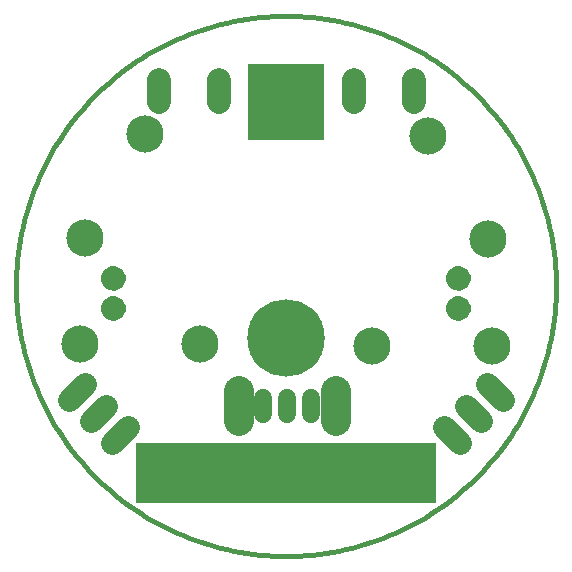
<source format=gbs>
G75*
%MOIN*%
%OFA0B0*%
%FSLAX25Y25*%
%IPPOS*%
%LPD*%
%AMOC8*
5,1,8,0,0,1.08239X$1,22.5*
%
%ADD10C,0.01600*%
%ADD11C,0.07800*%
%ADD12C,0.12400*%
%ADD13C,0.08000*%
%ADD14C,0.00500*%
%ADD15R,0.25800X0.25800*%
%ADD16C,0.25800*%
%ADD17R,1.00400X0.20400*%
%ADD18C,0.10144*%
%ADD19C,0.05943*%
D10*
X0004308Y0094334D02*
X0004335Y0096543D01*
X0004416Y0098750D01*
X0004552Y0100955D01*
X0004741Y0103156D01*
X0004985Y0105351D01*
X0005282Y0107540D01*
X0005633Y0109721D01*
X0006037Y0111892D01*
X0006495Y0114053D01*
X0007005Y0116202D01*
X0007568Y0118338D01*
X0008183Y0120460D01*
X0008850Y0122565D01*
X0009569Y0124654D01*
X0010339Y0126725D01*
X0011159Y0128776D01*
X0012029Y0130806D01*
X0012949Y0132814D01*
X0013918Y0134799D01*
X0014935Y0136760D01*
X0016000Y0138695D01*
X0017112Y0140603D01*
X0018271Y0142484D01*
X0019476Y0144335D01*
X0020725Y0146157D01*
X0022019Y0147947D01*
X0023357Y0149705D01*
X0024737Y0151429D01*
X0026159Y0153120D01*
X0027622Y0154774D01*
X0029126Y0156393D01*
X0030668Y0157974D01*
X0032249Y0159516D01*
X0033868Y0161020D01*
X0035522Y0162483D01*
X0037213Y0163905D01*
X0038937Y0165285D01*
X0040695Y0166623D01*
X0042485Y0167917D01*
X0044307Y0169166D01*
X0046158Y0170371D01*
X0048039Y0171530D01*
X0049947Y0172642D01*
X0051882Y0173707D01*
X0053843Y0174724D01*
X0055828Y0175693D01*
X0057836Y0176613D01*
X0059866Y0177483D01*
X0061917Y0178303D01*
X0063988Y0179073D01*
X0066077Y0179792D01*
X0068182Y0180459D01*
X0070304Y0181074D01*
X0072440Y0181637D01*
X0074589Y0182147D01*
X0076750Y0182605D01*
X0078921Y0183009D01*
X0081102Y0183360D01*
X0083291Y0183657D01*
X0085486Y0183901D01*
X0087687Y0184090D01*
X0089892Y0184226D01*
X0092099Y0184307D01*
X0094308Y0184334D01*
X0096517Y0184307D01*
X0098724Y0184226D01*
X0100929Y0184090D01*
X0103130Y0183901D01*
X0105325Y0183657D01*
X0107514Y0183360D01*
X0109695Y0183009D01*
X0111866Y0182605D01*
X0114027Y0182147D01*
X0116176Y0181637D01*
X0118312Y0181074D01*
X0120434Y0180459D01*
X0122539Y0179792D01*
X0124628Y0179073D01*
X0126699Y0178303D01*
X0128750Y0177483D01*
X0130780Y0176613D01*
X0132788Y0175693D01*
X0134773Y0174724D01*
X0136734Y0173707D01*
X0138669Y0172642D01*
X0140577Y0171530D01*
X0142458Y0170371D01*
X0144309Y0169166D01*
X0146131Y0167917D01*
X0147921Y0166623D01*
X0149679Y0165285D01*
X0151403Y0163905D01*
X0153094Y0162483D01*
X0154748Y0161020D01*
X0156367Y0159516D01*
X0157948Y0157974D01*
X0159490Y0156393D01*
X0160994Y0154774D01*
X0162457Y0153120D01*
X0163879Y0151429D01*
X0165259Y0149705D01*
X0166597Y0147947D01*
X0167891Y0146157D01*
X0169140Y0144335D01*
X0170345Y0142484D01*
X0171504Y0140603D01*
X0172616Y0138695D01*
X0173681Y0136760D01*
X0174698Y0134799D01*
X0175667Y0132814D01*
X0176587Y0130806D01*
X0177457Y0128776D01*
X0178277Y0126725D01*
X0179047Y0124654D01*
X0179766Y0122565D01*
X0180433Y0120460D01*
X0181048Y0118338D01*
X0181611Y0116202D01*
X0182121Y0114053D01*
X0182579Y0111892D01*
X0182983Y0109721D01*
X0183334Y0107540D01*
X0183631Y0105351D01*
X0183875Y0103156D01*
X0184064Y0100955D01*
X0184200Y0098750D01*
X0184281Y0096543D01*
X0184308Y0094334D01*
X0184281Y0092125D01*
X0184200Y0089918D01*
X0184064Y0087713D01*
X0183875Y0085512D01*
X0183631Y0083317D01*
X0183334Y0081128D01*
X0182983Y0078947D01*
X0182579Y0076776D01*
X0182121Y0074615D01*
X0181611Y0072466D01*
X0181048Y0070330D01*
X0180433Y0068208D01*
X0179766Y0066103D01*
X0179047Y0064014D01*
X0178277Y0061943D01*
X0177457Y0059892D01*
X0176587Y0057862D01*
X0175667Y0055854D01*
X0174698Y0053869D01*
X0173681Y0051908D01*
X0172616Y0049973D01*
X0171504Y0048065D01*
X0170345Y0046184D01*
X0169140Y0044333D01*
X0167891Y0042511D01*
X0166597Y0040721D01*
X0165259Y0038963D01*
X0163879Y0037239D01*
X0162457Y0035548D01*
X0160994Y0033894D01*
X0159490Y0032275D01*
X0157948Y0030694D01*
X0156367Y0029152D01*
X0154748Y0027648D01*
X0153094Y0026185D01*
X0151403Y0024763D01*
X0149679Y0023383D01*
X0147921Y0022045D01*
X0146131Y0020751D01*
X0144309Y0019502D01*
X0142458Y0018297D01*
X0140577Y0017138D01*
X0138669Y0016026D01*
X0136734Y0014961D01*
X0134773Y0013944D01*
X0132788Y0012975D01*
X0130780Y0012055D01*
X0128750Y0011185D01*
X0126699Y0010365D01*
X0124628Y0009595D01*
X0122539Y0008876D01*
X0120434Y0008209D01*
X0118312Y0007594D01*
X0116176Y0007031D01*
X0114027Y0006521D01*
X0111866Y0006063D01*
X0109695Y0005659D01*
X0107514Y0005308D01*
X0105325Y0005011D01*
X0103130Y0004767D01*
X0100929Y0004578D01*
X0098724Y0004442D01*
X0096517Y0004361D01*
X0094308Y0004334D01*
X0092099Y0004361D01*
X0089892Y0004442D01*
X0087687Y0004578D01*
X0085486Y0004767D01*
X0083291Y0005011D01*
X0081102Y0005308D01*
X0078921Y0005659D01*
X0076750Y0006063D01*
X0074589Y0006521D01*
X0072440Y0007031D01*
X0070304Y0007594D01*
X0068182Y0008209D01*
X0066077Y0008876D01*
X0063988Y0009595D01*
X0061917Y0010365D01*
X0059866Y0011185D01*
X0057836Y0012055D01*
X0055828Y0012975D01*
X0053843Y0013944D01*
X0051882Y0014961D01*
X0049947Y0016026D01*
X0048039Y0017138D01*
X0046158Y0018297D01*
X0044307Y0019502D01*
X0042485Y0020751D01*
X0040695Y0022045D01*
X0038937Y0023383D01*
X0037213Y0024763D01*
X0035522Y0026185D01*
X0033868Y0027648D01*
X0032249Y0029152D01*
X0030668Y0030694D01*
X0029126Y0032275D01*
X0027622Y0033894D01*
X0026159Y0035548D01*
X0024737Y0037239D01*
X0023357Y0038963D01*
X0022019Y0040721D01*
X0020725Y0042511D01*
X0019476Y0044333D01*
X0018271Y0046184D01*
X0017112Y0048065D01*
X0016000Y0049973D01*
X0014935Y0051908D01*
X0013918Y0053869D01*
X0012949Y0055854D01*
X0012029Y0057862D01*
X0011159Y0059892D01*
X0010339Y0061943D01*
X0009569Y0064014D01*
X0008850Y0066103D01*
X0008183Y0068208D01*
X0007568Y0070330D01*
X0007005Y0072466D01*
X0006495Y0074615D01*
X0006037Y0076776D01*
X0005633Y0078947D01*
X0005282Y0081128D01*
X0004985Y0083317D01*
X0004741Y0085512D01*
X0004552Y0087713D01*
X0004416Y0089918D01*
X0004335Y0092125D01*
X0004308Y0094334D01*
D11*
X0041496Y0047379D02*
X0036263Y0042146D01*
X0029192Y0049217D02*
X0034425Y0054450D01*
X0027354Y0061521D02*
X0022121Y0056289D01*
X0147121Y0047379D02*
X0152354Y0042146D01*
X0159425Y0049217D02*
X0154192Y0054450D01*
X0161263Y0061521D02*
X0166496Y0056289D01*
D12*
X0163089Y0074441D03*
X0161518Y0109841D03*
X0141518Y0144482D03*
X0123089Y0074441D03*
X0065770Y0074958D03*
X0027237Y0110256D03*
X0047237Y0144897D03*
X0025770Y0074958D03*
D13*
X0051808Y0155534D02*
X0051808Y0163134D01*
X0071808Y0163134D02*
X0071808Y0155534D01*
X0116808Y0155534D02*
X0116808Y0163134D01*
X0136808Y0163134D02*
X0136808Y0155534D01*
D14*
X0150996Y0100502D02*
X0150303Y0100282D01*
X0149666Y0099931D01*
X0149110Y0099462D01*
X0148656Y0098893D01*
X0148322Y0098247D01*
X0148120Y0097549D01*
X0148058Y0096824D01*
X0148121Y0096103D01*
X0148324Y0095409D01*
X0148658Y0094767D01*
X0149111Y0094203D01*
X0149665Y0093738D01*
X0150299Y0093390D01*
X0150989Y0093172D01*
X0151708Y0093094D01*
X0152368Y0093142D01*
X0153010Y0093304D01*
X0153613Y0093575D01*
X0154161Y0093946D01*
X0154635Y0094407D01*
X0155023Y0094944D01*
X0155311Y0095539D01*
X0155491Y0096176D01*
X0155559Y0096834D01*
X0155493Y0097492D01*
X0155314Y0098129D01*
X0155028Y0098725D01*
X0154642Y0099263D01*
X0154169Y0099725D01*
X0153622Y0100098D01*
X0153019Y0100370D01*
X0152378Y0100534D01*
X0151719Y0100583D01*
X0150996Y0100502D01*
X0151588Y0100569D02*
X0151912Y0100569D01*
X0153662Y0100070D02*
X0149919Y0100070D01*
X0149240Y0099572D02*
X0154325Y0099572D01*
X0154778Y0099073D02*
X0148800Y0099073D01*
X0148491Y0098575D02*
X0155100Y0098575D01*
X0155329Y0098076D02*
X0148272Y0098076D01*
X0148128Y0097578D02*
X0155469Y0097578D01*
X0155534Y0097079D02*
X0148080Y0097079D01*
X0148080Y0096581D02*
X0155533Y0096581D01*
X0155465Y0096082D02*
X0148127Y0096082D01*
X0148273Y0095584D02*
X0155324Y0095584D01*
X0155091Y0095085D02*
X0148492Y0095085D01*
X0148802Y0094587D02*
X0154765Y0094587D01*
X0154307Y0094088D02*
X0149247Y0094088D01*
X0149935Y0093590D02*
X0153636Y0093590D01*
X0152378Y0090534D02*
X0151719Y0090583D01*
X0150996Y0090502D01*
X0150303Y0090282D01*
X0149666Y0089931D01*
X0149110Y0089462D01*
X0148656Y0088893D01*
X0148322Y0088247D01*
X0148120Y0087549D01*
X0148058Y0086824D01*
X0148121Y0086103D01*
X0148324Y0085409D01*
X0148658Y0084767D01*
X0149111Y0084203D01*
X0149665Y0083738D01*
X0150299Y0083390D01*
X0150989Y0083172D01*
X0151708Y0083094D01*
X0152368Y0083142D01*
X0153010Y0083304D01*
X0153613Y0083575D01*
X0154161Y0083946D01*
X0154635Y0084407D01*
X0155023Y0084944D01*
X0155311Y0085539D01*
X0155491Y0086176D01*
X0155559Y0086834D01*
X0155493Y0087492D01*
X0155314Y0088129D01*
X0155028Y0088725D01*
X0154642Y0089263D01*
X0154169Y0089725D01*
X0153622Y0090098D01*
X0153019Y0090370D01*
X0152378Y0090534D01*
X0153617Y0090100D02*
X0149973Y0090100D01*
X0149276Y0089602D02*
X0154295Y0089602D01*
X0154756Y0089103D02*
X0148823Y0089103D01*
X0148507Y0088605D02*
X0155086Y0088605D01*
X0155321Y0088106D02*
X0148281Y0088106D01*
X0148137Y0087607D02*
X0155461Y0087607D01*
X0155531Y0087109D02*
X0148083Y0087109D01*
X0148077Y0086610D02*
X0155536Y0086610D01*
X0155473Y0086112D02*
X0148121Y0086112D01*
X0148264Y0085613D02*
X0155332Y0085613D01*
X0155106Y0085115D02*
X0148477Y0085115D01*
X0148778Y0084616D02*
X0154787Y0084616D01*
X0154338Y0084118D02*
X0149211Y0084118D01*
X0149880Y0083619D02*
X0153679Y0083619D01*
X0152083Y0083121D02*
X0151459Y0083121D01*
X0040559Y0086834D02*
X0040491Y0086176D01*
X0040311Y0085539D01*
X0040023Y0084944D01*
X0039635Y0084407D01*
X0039161Y0083946D01*
X0038613Y0083575D01*
X0038010Y0083304D01*
X0037368Y0083142D01*
X0036708Y0083094D01*
X0035989Y0083172D01*
X0035299Y0083390D01*
X0034665Y0083738D01*
X0034111Y0084203D01*
X0033658Y0084767D01*
X0033324Y0085409D01*
X0033121Y0086103D01*
X0033058Y0086824D01*
X0033120Y0087549D01*
X0033322Y0088247D01*
X0033656Y0088893D01*
X0034110Y0089462D01*
X0034666Y0089931D01*
X0035303Y0090282D01*
X0035996Y0090502D01*
X0036719Y0090583D01*
X0037378Y0090534D01*
X0038019Y0090370D01*
X0038622Y0090098D01*
X0039169Y0089725D01*
X0039642Y0089263D01*
X0040028Y0088725D01*
X0040314Y0088129D01*
X0040493Y0087492D01*
X0040559Y0086834D01*
X0040536Y0086610D02*
X0033077Y0086610D01*
X0033083Y0087109D02*
X0040531Y0087109D01*
X0040461Y0087607D02*
X0033137Y0087607D01*
X0033281Y0088106D02*
X0040321Y0088106D01*
X0040086Y0088605D02*
X0033507Y0088605D01*
X0033823Y0089103D02*
X0039756Y0089103D01*
X0039295Y0089602D02*
X0034276Y0089602D01*
X0034973Y0090100D02*
X0038617Y0090100D01*
X0038010Y0093304D02*
X0037368Y0093142D01*
X0036708Y0093094D01*
X0035989Y0093172D01*
X0035299Y0093390D01*
X0034665Y0093738D01*
X0034111Y0094203D01*
X0033658Y0094767D01*
X0033324Y0095409D01*
X0033121Y0096103D01*
X0033058Y0096824D01*
X0033120Y0097549D01*
X0033322Y0098247D01*
X0033656Y0098893D01*
X0034110Y0099462D01*
X0034666Y0099931D01*
X0035303Y0100282D01*
X0035996Y0100502D01*
X0036719Y0100583D01*
X0037378Y0100534D01*
X0038019Y0100370D01*
X0038622Y0100098D01*
X0039169Y0099725D01*
X0039642Y0099263D01*
X0040028Y0098725D01*
X0040314Y0098129D01*
X0040493Y0097492D01*
X0040559Y0096834D01*
X0040491Y0096176D01*
X0040311Y0095539D01*
X0040023Y0094944D01*
X0039635Y0094407D01*
X0039161Y0093946D01*
X0038613Y0093575D01*
X0038010Y0093304D01*
X0038636Y0093590D02*
X0034935Y0093590D01*
X0034247Y0094088D02*
X0039307Y0094088D01*
X0039765Y0094587D02*
X0033802Y0094587D01*
X0033492Y0095085D02*
X0040091Y0095085D01*
X0040324Y0095584D02*
X0033273Y0095584D01*
X0033127Y0096082D02*
X0040465Y0096082D01*
X0040533Y0096581D02*
X0033080Y0096581D01*
X0033080Y0097079D02*
X0040534Y0097079D01*
X0040469Y0097578D02*
X0033128Y0097578D01*
X0033272Y0098076D02*
X0040329Y0098076D01*
X0040100Y0098575D02*
X0033491Y0098575D01*
X0033800Y0099073D02*
X0039778Y0099073D01*
X0039325Y0099572D02*
X0034240Y0099572D01*
X0034919Y0100070D02*
X0038662Y0100070D01*
X0036912Y0100569D02*
X0036588Y0100569D01*
X0033121Y0086112D02*
X0040473Y0086112D01*
X0040332Y0085613D02*
X0033264Y0085613D01*
X0033477Y0085115D02*
X0040106Y0085115D01*
X0039787Y0084616D02*
X0033778Y0084616D01*
X0034211Y0084118D02*
X0039338Y0084118D01*
X0038679Y0083619D02*
X0034880Y0083619D01*
X0036459Y0083121D02*
X0037083Y0083121D01*
D15*
X0094308Y0155574D03*
D16*
X0094308Y0076834D03*
D17*
X0094308Y0031834D03*
D18*
X0078525Y0049462D02*
X0078525Y0059206D01*
X0110808Y0059206D02*
X0110808Y0049462D01*
D19*
X0102541Y0051562D02*
X0102541Y0057105D01*
X0094667Y0057105D02*
X0094667Y0051562D01*
X0086793Y0051562D02*
X0086793Y0057105D01*
M02*

</source>
